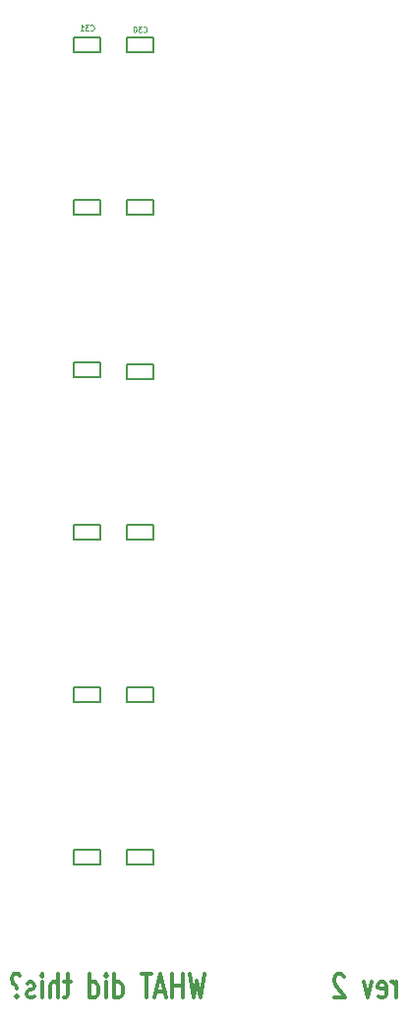
<source format=gbo>
%FSLAX34Y34*%
G04 Gerber Fmt 3.4, Leading zero omitted, Abs format*
G04 (created by PCBNEW (2014-01-30 BZR 4648)-product) date Wed 16 Apr 2014 10:53:14 PM EDT*
%MOIN*%
G01*
G70*
G90*
G04 APERTURE LIST*
%ADD10C,0.005906*%
%ADD11C,0.012000*%
%ADD12C,0.005000*%
%ADD13C,0.004500*%
G04 APERTURE END LIST*
G54D10*
G54D11*
X85085Y-42961D02*
X84942Y-43761D01*
X84828Y-43190D01*
X84714Y-43761D01*
X84571Y-42961D01*
X84342Y-43761D02*
X84342Y-42961D01*
X84342Y-43342D02*
X84000Y-43342D01*
X84000Y-43761D02*
X84000Y-42961D01*
X83742Y-43533D02*
X83457Y-43533D01*
X83800Y-43761D02*
X83600Y-42961D01*
X83400Y-43761D01*
X83285Y-42961D02*
X82942Y-42961D01*
X83114Y-43761D02*
X83114Y-42961D01*
X82028Y-43761D02*
X82028Y-42961D01*
X82028Y-43723D02*
X82085Y-43761D01*
X82200Y-43761D01*
X82257Y-43723D01*
X82285Y-43685D01*
X82314Y-43609D01*
X82314Y-43380D01*
X82285Y-43304D01*
X82257Y-43266D01*
X82200Y-43228D01*
X82085Y-43228D01*
X82028Y-43266D01*
X81742Y-43761D02*
X81742Y-43228D01*
X81742Y-42961D02*
X81771Y-43000D01*
X81742Y-43038D01*
X81714Y-43000D01*
X81742Y-42961D01*
X81742Y-43038D01*
X81200Y-43761D02*
X81200Y-42961D01*
X81200Y-43723D02*
X81257Y-43761D01*
X81371Y-43761D01*
X81428Y-43723D01*
X81457Y-43685D01*
X81485Y-43609D01*
X81485Y-43380D01*
X81457Y-43304D01*
X81428Y-43266D01*
X81371Y-43228D01*
X81257Y-43228D01*
X81200Y-43266D01*
X80542Y-43228D02*
X80314Y-43228D01*
X80457Y-42961D02*
X80457Y-43647D01*
X80428Y-43723D01*
X80371Y-43761D01*
X80314Y-43761D01*
X80114Y-43761D02*
X80114Y-42961D01*
X79857Y-43761D02*
X79857Y-43342D01*
X79885Y-43266D01*
X79942Y-43228D01*
X80028Y-43228D01*
X80085Y-43266D01*
X80114Y-43304D01*
X79571Y-43761D02*
X79571Y-43228D01*
X79571Y-42961D02*
X79600Y-43000D01*
X79571Y-43038D01*
X79542Y-43000D01*
X79571Y-42961D01*
X79571Y-43038D01*
X79314Y-43723D02*
X79257Y-43761D01*
X79142Y-43761D01*
X79085Y-43723D01*
X79057Y-43647D01*
X79057Y-43609D01*
X79085Y-43533D01*
X79142Y-43495D01*
X79228Y-43495D01*
X79285Y-43457D01*
X79314Y-43380D01*
X79314Y-43342D01*
X79285Y-43266D01*
X79228Y-43228D01*
X79142Y-43228D01*
X79085Y-43266D01*
X78714Y-43685D02*
X78685Y-43723D01*
X78714Y-43761D01*
X78742Y-43723D01*
X78714Y-43685D01*
X78714Y-43761D01*
X78828Y-43000D02*
X78771Y-42961D01*
X78628Y-42961D01*
X78571Y-43000D01*
X78542Y-43076D01*
X78542Y-43152D01*
X78571Y-43228D01*
X78600Y-43266D01*
X78657Y-43304D01*
X78685Y-43342D01*
X78714Y-43419D01*
X78714Y-43457D01*
X91592Y-43761D02*
X91592Y-43228D01*
X91592Y-43380D02*
X91564Y-43304D01*
X91535Y-43266D01*
X91478Y-43228D01*
X91421Y-43228D01*
X90992Y-43723D02*
X91050Y-43761D01*
X91164Y-43761D01*
X91221Y-43723D01*
X91250Y-43647D01*
X91250Y-43342D01*
X91221Y-43266D01*
X91164Y-43228D01*
X91050Y-43228D01*
X90992Y-43266D01*
X90964Y-43342D01*
X90964Y-43419D01*
X91250Y-43495D01*
X90764Y-43228D02*
X90621Y-43761D01*
X90478Y-43228D01*
X89821Y-43038D02*
X89792Y-43000D01*
X89735Y-42961D01*
X89592Y-42961D01*
X89535Y-43000D01*
X89507Y-43038D01*
X89478Y-43114D01*
X89478Y-43190D01*
X89507Y-43304D01*
X89850Y-43761D01*
X89478Y-43761D01*
G54D12*
X83350Y-27750D02*
X82450Y-27750D01*
X82450Y-27750D02*
X82450Y-28250D01*
X82450Y-28250D02*
X83350Y-28250D01*
X83350Y-28250D02*
X83350Y-27750D01*
X83350Y-16750D02*
X82450Y-16750D01*
X82450Y-16750D02*
X82450Y-17250D01*
X82450Y-17250D02*
X83350Y-17250D01*
X83350Y-17250D02*
X83350Y-16750D01*
X80650Y-28250D02*
X81550Y-28250D01*
X81550Y-28250D02*
X81550Y-27750D01*
X81550Y-27750D02*
X80650Y-27750D01*
X80650Y-27750D02*
X80650Y-28250D01*
X80650Y-17250D02*
X81550Y-17250D01*
X81550Y-17250D02*
X81550Y-16750D01*
X81550Y-16750D02*
X80650Y-16750D01*
X80650Y-16750D02*
X80650Y-17250D01*
X83350Y-11250D02*
X82450Y-11250D01*
X82450Y-11250D02*
X82450Y-11750D01*
X82450Y-11750D02*
X83350Y-11750D01*
X83350Y-11750D02*
X83350Y-11250D01*
X80650Y-11750D02*
X81550Y-11750D01*
X81550Y-11750D02*
X81550Y-11250D01*
X81550Y-11250D02*
X80650Y-11250D01*
X80650Y-11250D02*
X80650Y-11750D01*
X80650Y-33750D02*
X81550Y-33750D01*
X81550Y-33750D02*
X81550Y-33250D01*
X81550Y-33250D02*
X80650Y-33250D01*
X80650Y-33250D02*
X80650Y-33750D01*
X83350Y-38750D02*
X82450Y-38750D01*
X82450Y-38750D02*
X82450Y-39250D01*
X82450Y-39250D02*
X83350Y-39250D01*
X83350Y-39250D02*
X83350Y-38750D01*
X80650Y-39250D02*
X81550Y-39250D01*
X81550Y-39250D02*
X81550Y-38750D01*
X81550Y-38750D02*
X80650Y-38750D01*
X80650Y-38750D02*
X80650Y-39250D01*
X83350Y-33250D02*
X82450Y-33250D01*
X82450Y-33250D02*
X82450Y-33750D01*
X82450Y-33750D02*
X83350Y-33750D01*
X83350Y-33750D02*
X83350Y-33250D01*
X80650Y-22750D02*
X81550Y-22750D01*
X81550Y-22750D02*
X81550Y-22250D01*
X81550Y-22250D02*
X80650Y-22250D01*
X80650Y-22250D02*
X80650Y-22750D01*
X83350Y-22300D02*
X82450Y-22300D01*
X82450Y-22300D02*
X82450Y-22800D01*
X82450Y-22800D02*
X83350Y-22800D01*
X83350Y-22800D02*
X83350Y-22300D01*
G54D13*
X83015Y-11051D02*
X83024Y-11060D01*
X83050Y-11070D01*
X83067Y-11070D01*
X83092Y-11060D01*
X83110Y-11041D01*
X83118Y-11022D01*
X83127Y-10984D01*
X83127Y-10956D01*
X83118Y-10918D01*
X83110Y-10899D01*
X83092Y-10880D01*
X83067Y-10870D01*
X83050Y-10870D01*
X83024Y-10880D01*
X83015Y-10889D01*
X82955Y-10870D02*
X82844Y-10870D01*
X82904Y-10946D01*
X82878Y-10946D01*
X82861Y-10956D01*
X82852Y-10965D01*
X82844Y-10984D01*
X82844Y-11032D01*
X82852Y-11051D01*
X82861Y-11060D01*
X82878Y-11070D01*
X82930Y-11070D01*
X82947Y-11060D01*
X82955Y-11051D01*
X82732Y-10870D02*
X82715Y-10870D01*
X82698Y-10880D01*
X82690Y-10889D01*
X82681Y-10908D01*
X82672Y-10946D01*
X82672Y-10994D01*
X82681Y-11032D01*
X82690Y-11051D01*
X82698Y-11060D01*
X82715Y-11070D01*
X82732Y-11070D01*
X82750Y-11060D01*
X82758Y-11051D01*
X82767Y-11032D01*
X82775Y-10994D01*
X82775Y-10946D01*
X82767Y-10908D01*
X82758Y-10889D01*
X82750Y-10880D01*
X82732Y-10870D01*
X81225Y-11001D02*
X81234Y-11010D01*
X81260Y-11020D01*
X81277Y-11020D01*
X81302Y-11010D01*
X81320Y-10991D01*
X81328Y-10972D01*
X81337Y-10934D01*
X81337Y-10906D01*
X81328Y-10868D01*
X81320Y-10849D01*
X81302Y-10830D01*
X81277Y-10820D01*
X81260Y-10820D01*
X81234Y-10830D01*
X81225Y-10839D01*
X81165Y-10820D02*
X81054Y-10820D01*
X81114Y-10896D01*
X81088Y-10896D01*
X81071Y-10906D01*
X81062Y-10915D01*
X81054Y-10934D01*
X81054Y-10982D01*
X81062Y-11001D01*
X81071Y-11010D01*
X81088Y-11020D01*
X81140Y-11020D01*
X81157Y-11010D01*
X81165Y-11001D01*
X80882Y-11020D02*
X80985Y-11020D01*
X80934Y-11020D02*
X80934Y-10820D01*
X80951Y-10849D01*
X80968Y-10868D01*
X80985Y-10877D01*
M02*

</source>
